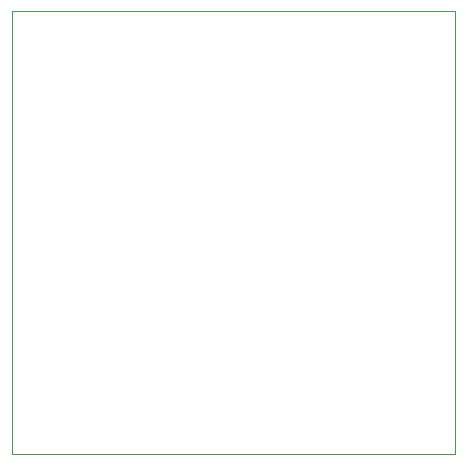
<source format=gbr>
%TF.GenerationSoftware,KiCad,Pcbnew,(6.0.8-1)-1*%
%TF.CreationDate,2024-02-06T23:44:39-06:00*%
%TF.ProjectId,openmv_can_shield,6f70656e-6d76-45f6-9361-6e5f73686965,rev?*%
%TF.SameCoordinates,Original*%
%TF.FileFunction,Profile,NP*%
%FSLAX46Y46*%
G04 Gerber Fmt 4.6, Leading zero omitted, Abs format (unit mm)*
G04 Created by KiCad (PCBNEW (6.0.8-1)-1) date 2024-02-06 23:44:39*
%MOMM*%
%LPD*%
G01*
G04 APERTURE LIST*
%TA.AperFunction,Profile*%
%ADD10C,0.100000*%
%TD*%
G04 APERTURE END LIST*
D10*
X122799400Y-79679800D02*
X160299400Y-79679800D01*
X160299400Y-79679800D02*
X160299400Y-117179800D01*
X160299400Y-117179800D02*
X122799400Y-117179800D01*
X122799400Y-117179800D02*
X122799400Y-79679800D01*
M02*

</source>
